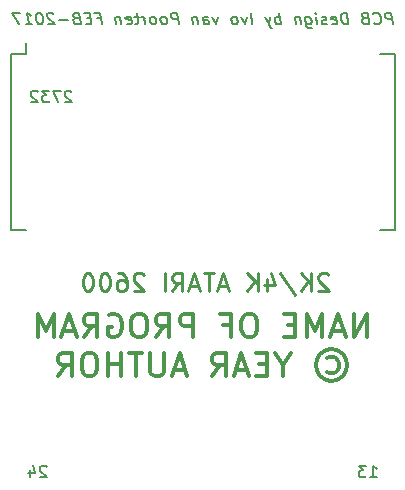
<source format=gbr>
%TF.GenerationSoftware,KiCad,Pcbnew,5.1.9+dfsg1-1+deb11u1*%
%TF.CreationDate,2022-09-21T02:53:36+02:00*%
%TF.ProjectId,outline+2600cart,6f75746c-696e-4652-9b32-363030636172,rev?*%
%TF.SameCoordinates,Original*%
%TF.FileFunction,Legend,Bot*%
%TF.FilePolarity,Positive*%
%FSLAX46Y46*%
G04 Gerber Fmt 4.6, Leading zero omitted, Abs format (unit mm)*
G04 Created by KiCad (PCBNEW 5.1.9+dfsg1-1+deb11u1) date 2022-09-21 02:53:36*
%MOMM*%
%LPD*%
G01*
G04 APERTURE LIST*
%ADD10C,0.300000*%
%ADD11C,0.250000*%
%ADD12C,0.200000*%
%ADD13C,0.150000*%
G04 APERTURE END LIST*
D10*
X123426380Y-74946761D02*
X123426380Y-72946761D01*
X122283523Y-74946761D01*
X122283523Y-72946761D01*
X121426380Y-74375333D02*
X120474000Y-74375333D01*
X121616857Y-74946761D02*
X120950190Y-72946761D01*
X120283523Y-74946761D01*
X119616857Y-74946761D02*
X119616857Y-72946761D01*
X118950190Y-74375333D01*
X118283523Y-72946761D01*
X118283523Y-74946761D01*
X117331142Y-73899142D02*
X116664476Y-73899142D01*
X116378761Y-74946761D02*
X117331142Y-74946761D01*
X117331142Y-72946761D01*
X116378761Y-72946761D01*
X113616857Y-72946761D02*
X113235904Y-72946761D01*
X113045428Y-73042000D01*
X112854952Y-73232476D01*
X112759714Y-73613428D01*
X112759714Y-74280095D01*
X112854952Y-74661047D01*
X113045428Y-74851523D01*
X113235904Y-74946761D01*
X113616857Y-74946761D01*
X113807333Y-74851523D01*
X113997809Y-74661047D01*
X114093047Y-74280095D01*
X114093047Y-73613428D01*
X113997809Y-73232476D01*
X113807333Y-73042000D01*
X113616857Y-72946761D01*
X111235904Y-73899142D02*
X111902571Y-73899142D01*
X111902571Y-74946761D02*
X111902571Y-72946761D01*
X110950190Y-72946761D01*
X108664476Y-74946761D02*
X108664476Y-72946761D01*
X107902571Y-72946761D01*
X107712095Y-73042000D01*
X107616857Y-73137238D01*
X107521619Y-73327714D01*
X107521619Y-73613428D01*
X107616857Y-73803904D01*
X107712095Y-73899142D01*
X107902571Y-73994380D01*
X108664476Y-73994380D01*
X105521619Y-74946761D02*
X106188285Y-73994380D01*
X106664476Y-74946761D02*
X106664476Y-72946761D01*
X105902571Y-72946761D01*
X105712095Y-73042000D01*
X105616857Y-73137238D01*
X105521619Y-73327714D01*
X105521619Y-73613428D01*
X105616857Y-73803904D01*
X105712095Y-73899142D01*
X105902571Y-73994380D01*
X106664476Y-73994380D01*
X104283523Y-72946761D02*
X103902571Y-72946761D01*
X103712095Y-73042000D01*
X103521619Y-73232476D01*
X103426380Y-73613428D01*
X103426380Y-74280095D01*
X103521619Y-74661047D01*
X103712095Y-74851523D01*
X103902571Y-74946761D01*
X104283523Y-74946761D01*
X104474000Y-74851523D01*
X104664476Y-74661047D01*
X104759714Y-74280095D01*
X104759714Y-73613428D01*
X104664476Y-73232476D01*
X104474000Y-73042000D01*
X104283523Y-72946761D01*
X101521619Y-73042000D02*
X101712095Y-72946761D01*
X101997809Y-72946761D01*
X102283523Y-73042000D01*
X102474000Y-73232476D01*
X102569238Y-73422952D01*
X102664476Y-73803904D01*
X102664476Y-74089619D01*
X102569238Y-74470571D01*
X102474000Y-74661047D01*
X102283523Y-74851523D01*
X101997809Y-74946761D01*
X101807333Y-74946761D01*
X101521619Y-74851523D01*
X101426380Y-74756285D01*
X101426380Y-74089619D01*
X101807333Y-74089619D01*
X99426380Y-74946761D02*
X100093047Y-73994380D01*
X100569238Y-74946761D02*
X100569238Y-72946761D01*
X99807333Y-72946761D01*
X99616857Y-73042000D01*
X99521619Y-73137238D01*
X99426380Y-73327714D01*
X99426380Y-73613428D01*
X99521619Y-73803904D01*
X99616857Y-73899142D01*
X99807333Y-73994380D01*
X100569238Y-73994380D01*
X98664476Y-74375333D02*
X97712095Y-74375333D01*
X98854952Y-74946761D02*
X98188285Y-72946761D01*
X97521619Y-74946761D01*
X96854952Y-74946761D02*
X96854952Y-72946761D01*
X96188285Y-74375333D01*
X95521619Y-72946761D01*
X95521619Y-74946761D01*
X119997809Y-76722952D02*
X120188285Y-76627714D01*
X120569238Y-76627714D01*
X120759714Y-76722952D01*
X120950190Y-76913428D01*
X121045428Y-77103904D01*
X121045428Y-77484857D01*
X120950190Y-77675333D01*
X120759714Y-77865809D01*
X120569238Y-77961047D01*
X120188285Y-77961047D01*
X119997809Y-77865809D01*
X120378761Y-75961047D02*
X120854952Y-76056285D01*
X121331142Y-76342000D01*
X121616857Y-76818190D01*
X121712095Y-77294380D01*
X121616857Y-77770571D01*
X121331142Y-78246761D01*
X120854952Y-78532476D01*
X120378761Y-78627714D01*
X119902571Y-78532476D01*
X119426380Y-78246761D01*
X119140666Y-77770571D01*
X119045428Y-77294380D01*
X119140666Y-76818190D01*
X119426380Y-76342000D01*
X119902571Y-76056285D01*
X120378761Y-75961047D01*
X116283523Y-77294380D02*
X116283523Y-78246761D01*
X116950190Y-76246761D02*
X116283523Y-77294380D01*
X115616857Y-76246761D01*
X114950190Y-77199142D02*
X114283523Y-77199142D01*
X113997809Y-78246761D02*
X114950190Y-78246761D01*
X114950190Y-76246761D01*
X113997809Y-76246761D01*
X113235904Y-77675333D02*
X112283523Y-77675333D01*
X113426380Y-78246761D02*
X112759714Y-76246761D01*
X112093047Y-78246761D01*
X110283523Y-78246761D02*
X110950190Y-77294380D01*
X111426380Y-78246761D02*
X111426380Y-76246761D01*
X110664476Y-76246761D01*
X110474000Y-76342000D01*
X110378761Y-76437238D01*
X110283523Y-76627714D01*
X110283523Y-76913428D01*
X110378761Y-77103904D01*
X110474000Y-77199142D01*
X110664476Y-77294380D01*
X111426380Y-77294380D01*
X107997809Y-77675333D02*
X107045428Y-77675333D01*
X108188285Y-78246761D02*
X107521619Y-76246761D01*
X106854952Y-78246761D01*
X106188285Y-76246761D02*
X106188285Y-77865809D01*
X106093047Y-78056285D01*
X105997809Y-78151523D01*
X105807333Y-78246761D01*
X105426380Y-78246761D01*
X105235904Y-78151523D01*
X105140666Y-78056285D01*
X105045428Y-77865809D01*
X105045428Y-76246761D01*
X104378761Y-76246761D02*
X103235904Y-76246761D01*
X103807333Y-78246761D02*
X103807333Y-76246761D01*
X102569238Y-78246761D02*
X102569238Y-76246761D01*
X102569238Y-77199142D02*
X101426380Y-77199142D01*
X101426380Y-78246761D02*
X101426380Y-76246761D01*
X100093047Y-76246761D02*
X99712095Y-76246761D01*
X99521619Y-76342000D01*
X99331142Y-76532476D01*
X99235904Y-76913428D01*
X99235904Y-77580095D01*
X99331142Y-77961047D01*
X99521619Y-78151523D01*
X99712095Y-78246761D01*
X100093047Y-78246761D01*
X100283523Y-78151523D01*
X100474000Y-77961047D01*
X100569238Y-77580095D01*
X100569238Y-76913428D01*
X100474000Y-76532476D01*
X100283523Y-76342000D01*
X100093047Y-76246761D01*
X97235904Y-78246761D02*
X97902571Y-77294380D01*
X98378761Y-78246761D02*
X98378761Y-76246761D01*
X97616857Y-76246761D01*
X97426380Y-76342000D01*
X97331142Y-76437238D01*
X97235904Y-76627714D01*
X97235904Y-76913428D01*
X97331142Y-77103904D01*
X97426380Y-77199142D01*
X97616857Y-77294380D01*
X98378761Y-77294380D01*
D11*
X120120857Y-69679428D02*
X120049428Y-69608000D01*
X119906571Y-69536571D01*
X119549428Y-69536571D01*
X119406571Y-69608000D01*
X119335142Y-69679428D01*
X119263714Y-69822285D01*
X119263714Y-69965142D01*
X119335142Y-70179428D01*
X120192285Y-71036571D01*
X119263714Y-71036571D01*
X118620857Y-71036571D02*
X118620857Y-69536571D01*
X117763714Y-71036571D02*
X118406571Y-70179428D01*
X117763714Y-69536571D02*
X118620857Y-70393714D01*
X116049428Y-69465142D02*
X117335142Y-71393714D01*
X114906571Y-70036571D02*
X114906571Y-71036571D01*
X115263714Y-69465142D02*
X115620857Y-70536571D01*
X114692285Y-70536571D01*
X114120857Y-71036571D02*
X114120857Y-69536571D01*
X113263714Y-71036571D02*
X113906571Y-70179428D01*
X113263714Y-69536571D02*
X114120857Y-70393714D01*
X111549428Y-70608000D02*
X110835142Y-70608000D01*
X111692285Y-71036571D02*
X111192285Y-69536571D01*
X110692285Y-71036571D01*
X110406571Y-69536571D02*
X109549428Y-69536571D01*
X109978000Y-71036571D02*
X109978000Y-69536571D01*
X109120857Y-70608000D02*
X108406571Y-70608000D01*
X109263714Y-71036571D02*
X108763714Y-69536571D01*
X108263714Y-71036571D01*
X106906571Y-71036571D02*
X107406571Y-70322285D01*
X107763714Y-71036571D02*
X107763714Y-69536571D01*
X107192285Y-69536571D01*
X107049428Y-69608000D01*
X106978000Y-69679428D01*
X106906571Y-69822285D01*
X106906571Y-70036571D01*
X106978000Y-70179428D01*
X107049428Y-70250857D01*
X107192285Y-70322285D01*
X107763714Y-70322285D01*
X106263714Y-71036571D02*
X106263714Y-69536571D01*
X104478000Y-69679428D02*
X104406571Y-69608000D01*
X104263714Y-69536571D01*
X103906571Y-69536571D01*
X103763714Y-69608000D01*
X103692285Y-69679428D01*
X103620857Y-69822285D01*
X103620857Y-69965142D01*
X103692285Y-70179428D01*
X104549428Y-71036571D01*
X103620857Y-71036571D01*
X102335142Y-69536571D02*
X102620857Y-69536571D01*
X102763714Y-69608000D01*
X102835142Y-69679428D01*
X102978000Y-69893714D01*
X103049428Y-70179428D01*
X103049428Y-70750857D01*
X102978000Y-70893714D01*
X102906571Y-70965142D01*
X102763714Y-71036571D01*
X102478000Y-71036571D01*
X102335142Y-70965142D01*
X102263714Y-70893714D01*
X102192285Y-70750857D01*
X102192285Y-70393714D01*
X102263714Y-70250857D01*
X102335142Y-70179428D01*
X102478000Y-70108000D01*
X102763714Y-70108000D01*
X102906571Y-70179428D01*
X102978000Y-70250857D01*
X103049428Y-70393714D01*
X101263714Y-69536571D02*
X101120857Y-69536571D01*
X100978000Y-69608000D01*
X100906571Y-69679428D01*
X100835142Y-69822285D01*
X100763714Y-70108000D01*
X100763714Y-70465142D01*
X100835142Y-70750857D01*
X100906571Y-70893714D01*
X100978000Y-70965142D01*
X101120857Y-71036571D01*
X101263714Y-71036571D01*
X101406571Y-70965142D01*
X101478000Y-70893714D01*
X101549428Y-70750857D01*
X101620857Y-70465142D01*
X101620857Y-70108000D01*
X101549428Y-69822285D01*
X101478000Y-69679428D01*
X101406571Y-69608000D01*
X101263714Y-69536571D01*
X99835142Y-69536571D02*
X99692285Y-69536571D01*
X99549428Y-69608000D01*
X99478000Y-69679428D01*
X99406571Y-69822285D01*
X99335142Y-70108000D01*
X99335142Y-70465142D01*
X99406571Y-70750857D01*
X99478000Y-70893714D01*
X99549428Y-70965142D01*
X99692285Y-71036571D01*
X99835142Y-71036571D01*
X99978000Y-70965142D01*
X100049428Y-70893714D01*
X100120857Y-70750857D01*
X100192285Y-70465142D01*
X100192285Y-70108000D01*
X100120857Y-69822285D01*
X100049428Y-69679428D01*
X99978000Y-69608000D01*
X99835142Y-69536571D01*
D12*
X125578047Y-48458380D02*
X125453047Y-47458380D01*
X125072095Y-47458380D01*
X124982809Y-47506000D01*
X124941142Y-47553619D01*
X124905428Y-47648857D01*
X124923285Y-47791714D01*
X124982809Y-47886952D01*
X125036380Y-47934571D01*
X125137571Y-47982190D01*
X125518523Y-47982190D01*
X123994714Y-48363142D02*
X124048285Y-48410761D01*
X124197095Y-48458380D01*
X124292333Y-48458380D01*
X124429238Y-48410761D01*
X124512571Y-48315523D01*
X124548285Y-48220285D01*
X124572095Y-48029809D01*
X124554238Y-47886952D01*
X124482809Y-47696476D01*
X124423285Y-47601238D01*
X124316142Y-47506000D01*
X124167333Y-47458380D01*
X124072095Y-47458380D01*
X123935190Y-47506000D01*
X123893523Y-47553619D01*
X123179238Y-47934571D02*
X123042333Y-47982190D01*
X123000666Y-48029809D01*
X122964952Y-48125047D01*
X122982809Y-48267904D01*
X123042333Y-48363142D01*
X123095904Y-48410761D01*
X123197095Y-48458380D01*
X123578047Y-48458380D01*
X123453047Y-47458380D01*
X123119714Y-47458380D01*
X123030428Y-47506000D01*
X122988761Y-47553619D01*
X122953047Y-47648857D01*
X122964952Y-47744095D01*
X123024476Y-47839333D01*
X123078047Y-47886952D01*
X123179238Y-47934571D01*
X123512571Y-47934571D01*
X121816142Y-48458380D02*
X121691142Y-47458380D01*
X121453047Y-47458380D01*
X121316142Y-47506000D01*
X121232809Y-47601238D01*
X121197095Y-47696476D01*
X121173285Y-47886952D01*
X121191142Y-48029809D01*
X121262571Y-48220285D01*
X121322095Y-48315523D01*
X121429238Y-48410761D01*
X121578047Y-48458380D01*
X121816142Y-48458380D01*
X120429238Y-48410761D02*
X120530428Y-48458380D01*
X120720904Y-48458380D01*
X120810190Y-48410761D01*
X120845904Y-48315523D01*
X120798285Y-47934571D01*
X120738761Y-47839333D01*
X120637571Y-47791714D01*
X120447095Y-47791714D01*
X120357809Y-47839333D01*
X120322095Y-47934571D01*
X120334000Y-48029809D01*
X120822095Y-48125047D01*
X120000666Y-48410761D02*
X119911380Y-48458380D01*
X119720904Y-48458380D01*
X119619714Y-48410761D01*
X119560190Y-48315523D01*
X119554238Y-48267904D01*
X119589952Y-48172666D01*
X119679238Y-48125047D01*
X119822095Y-48125047D01*
X119911380Y-48077428D01*
X119947095Y-47982190D01*
X119941142Y-47934571D01*
X119881619Y-47839333D01*
X119780428Y-47791714D01*
X119637571Y-47791714D01*
X119548285Y-47839333D01*
X119149476Y-48458380D02*
X119066142Y-47791714D01*
X119024476Y-47458380D02*
X119078047Y-47506000D01*
X119036380Y-47553619D01*
X118982809Y-47506000D01*
X119024476Y-47458380D01*
X119036380Y-47553619D01*
X118161380Y-47791714D02*
X118262571Y-48601238D01*
X118322095Y-48696476D01*
X118375666Y-48744095D01*
X118476857Y-48791714D01*
X118619714Y-48791714D01*
X118709000Y-48744095D01*
X118238761Y-48410761D02*
X118339952Y-48458380D01*
X118530428Y-48458380D01*
X118619714Y-48410761D01*
X118661380Y-48363142D01*
X118697095Y-48267904D01*
X118661380Y-47982190D01*
X118601857Y-47886952D01*
X118548285Y-47839333D01*
X118447095Y-47791714D01*
X118256619Y-47791714D01*
X118167333Y-47839333D01*
X117685190Y-47791714D02*
X117768523Y-48458380D01*
X117697095Y-47886952D02*
X117643523Y-47839333D01*
X117542333Y-47791714D01*
X117399476Y-47791714D01*
X117310190Y-47839333D01*
X117274476Y-47934571D01*
X117339952Y-48458380D01*
X116101857Y-48458380D02*
X115976857Y-47458380D01*
X116024476Y-47839333D02*
X115923285Y-47791714D01*
X115732809Y-47791714D01*
X115643523Y-47839333D01*
X115601857Y-47886952D01*
X115566142Y-47982190D01*
X115601857Y-48267904D01*
X115661380Y-48363142D01*
X115714952Y-48410761D01*
X115816142Y-48458380D01*
X116006619Y-48458380D01*
X116095904Y-48410761D01*
X115209000Y-47791714D02*
X115054238Y-48458380D01*
X114732809Y-47791714D02*
X115054238Y-48458380D01*
X115179238Y-48696476D01*
X115232809Y-48744095D01*
X115334000Y-48791714D01*
X113673285Y-48458380D02*
X113548285Y-47458380D01*
X113209000Y-47791714D02*
X113054238Y-48458380D01*
X112732809Y-47791714D01*
X112292333Y-48458380D02*
X112381619Y-48410761D01*
X112423285Y-48363142D01*
X112459000Y-48267904D01*
X112423285Y-47982190D01*
X112363761Y-47886952D01*
X112310190Y-47839333D01*
X112209000Y-47791714D01*
X112066142Y-47791714D01*
X111976857Y-47839333D01*
X111935190Y-47886952D01*
X111899476Y-47982190D01*
X111935190Y-48267904D01*
X111994714Y-48363142D01*
X112048285Y-48410761D01*
X112149476Y-48458380D01*
X112292333Y-48458380D01*
X110780428Y-47791714D02*
X110625666Y-48458380D01*
X110304238Y-47791714D01*
X109578047Y-48458380D02*
X109512571Y-47934571D01*
X109548285Y-47839333D01*
X109637571Y-47791714D01*
X109828047Y-47791714D01*
X109929238Y-47839333D01*
X109572095Y-48410761D02*
X109673285Y-48458380D01*
X109911380Y-48458380D01*
X110000666Y-48410761D01*
X110036380Y-48315523D01*
X110024476Y-48220285D01*
X109964952Y-48125047D01*
X109863761Y-48077428D01*
X109625666Y-48077428D01*
X109524476Y-48029809D01*
X109018523Y-47791714D02*
X109101857Y-48458380D01*
X109030428Y-47886952D02*
X108976857Y-47839333D01*
X108875666Y-47791714D01*
X108732809Y-47791714D01*
X108643523Y-47839333D01*
X108607809Y-47934571D01*
X108673285Y-48458380D01*
X107435190Y-48458380D02*
X107310190Y-47458380D01*
X106929238Y-47458380D01*
X106839952Y-47506000D01*
X106798285Y-47553619D01*
X106762571Y-47648857D01*
X106780428Y-47791714D01*
X106839952Y-47886952D01*
X106893523Y-47934571D01*
X106994714Y-47982190D01*
X107375666Y-47982190D01*
X106292333Y-48458380D02*
X106381619Y-48410761D01*
X106423285Y-48363142D01*
X106459000Y-48267904D01*
X106423285Y-47982190D01*
X106363761Y-47886952D01*
X106310190Y-47839333D01*
X106209000Y-47791714D01*
X106066142Y-47791714D01*
X105976857Y-47839333D01*
X105935190Y-47886952D01*
X105899476Y-47982190D01*
X105935190Y-48267904D01*
X105994714Y-48363142D01*
X106048285Y-48410761D01*
X106149476Y-48458380D01*
X106292333Y-48458380D01*
X105387571Y-48458380D02*
X105476857Y-48410761D01*
X105518523Y-48363142D01*
X105554238Y-48267904D01*
X105518523Y-47982190D01*
X105459000Y-47886952D01*
X105405428Y-47839333D01*
X105304238Y-47791714D01*
X105161380Y-47791714D01*
X105072095Y-47839333D01*
X105030428Y-47886952D01*
X104994714Y-47982190D01*
X105030428Y-48267904D01*
X105089952Y-48363142D01*
X105143523Y-48410761D01*
X105244714Y-48458380D01*
X105387571Y-48458380D01*
X104625666Y-48458380D02*
X104542333Y-47791714D01*
X104566142Y-47982190D02*
X104506619Y-47886952D01*
X104453047Y-47839333D01*
X104351857Y-47791714D01*
X104256619Y-47791714D01*
X104066142Y-47791714D02*
X103685190Y-47791714D01*
X103881619Y-47458380D02*
X103988761Y-48315523D01*
X103953047Y-48410761D01*
X103863761Y-48458380D01*
X103768523Y-48458380D01*
X103048285Y-48410761D02*
X103149476Y-48458380D01*
X103339952Y-48458380D01*
X103429238Y-48410761D01*
X103464952Y-48315523D01*
X103417333Y-47934571D01*
X103357809Y-47839333D01*
X103256619Y-47791714D01*
X103066142Y-47791714D01*
X102976857Y-47839333D01*
X102941142Y-47934571D01*
X102953047Y-48029809D01*
X103441142Y-48125047D01*
X102494714Y-47791714D02*
X102578047Y-48458380D01*
X102506619Y-47886952D02*
X102453047Y-47839333D01*
X102351857Y-47791714D01*
X102209000Y-47791714D01*
X102119714Y-47839333D01*
X102084000Y-47934571D01*
X102149476Y-48458380D01*
X100512571Y-47934571D02*
X100845904Y-47934571D01*
X100911380Y-48458380D02*
X100786380Y-47458380D01*
X100310190Y-47458380D01*
X99988761Y-47934571D02*
X99655428Y-47934571D01*
X99578047Y-48458380D02*
X100054238Y-48458380D01*
X99929238Y-47458380D01*
X99453047Y-47458380D01*
X98750666Y-47934571D02*
X98613761Y-47982190D01*
X98572095Y-48029809D01*
X98536380Y-48125047D01*
X98554238Y-48267904D01*
X98613761Y-48363142D01*
X98667333Y-48410761D01*
X98768523Y-48458380D01*
X99149476Y-48458380D01*
X99024476Y-47458380D01*
X98691142Y-47458380D01*
X98601857Y-47506000D01*
X98560190Y-47553619D01*
X98524476Y-47648857D01*
X98536380Y-47744095D01*
X98595904Y-47839333D01*
X98649476Y-47886952D01*
X98750666Y-47934571D01*
X99084000Y-47934571D01*
X98101857Y-48077428D02*
X97339952Y-48077428D01*
X96845904Y-47553619D02*
X96792333Y-47506000D01*
X96691142Y-47458380D01*
X96453047Y-47458380D01*
X96363761Y-47506000D01*
X96322095Y-47553619D01*
X96286380Y-47648857D01*
X96298285Y-47744095D01*
X96363761Y-47886952D01*
X97006619Y-48458380D01*
X96387571Y-48458380D01*
X95643523Y-47458380D02*
X95548285Y-47458380D01*
X95459000Y-47506000D01*
X95417333Y-47553619D01*
X95381619Y-47648857D01*
X95357809Y-47839333D01*
X95387571Y-48077428D01*
X95459000Y-48267904D01*
X95518523Y-48363142D01*
X95572095Y-48410761D01*
X95673285Y-48458380D01*
X95768523Y-48458380D01*
X95857809Y-48410761D01*
X95899476Y-48363142D01*
X95935190Y-48267904D01*
X95959000Y-48077428D01*
X95929238Y-47839333D01*
X95857809Y-47648857D01*
X95798285Y-47553619D01*
X95744714Y-47506000D01*
X95643523Y-47458380D01*
X94482809Y-48458380D02*
X95054238Y-48458380D01*
X94768523Y-48458380D02*
X94643523Y-47458380D01*
X94756619Y-47601238D01*
X94863761Y-47696476D01*
X94964952Y-47744095D01*
X94024476Y-47458380D02*
X93357809Y-47458380D01*
X93911380Y-48458380D01*
D13*
%TO.C,U3*%
X93209000Y-50935000D02*
X94479000Y-50935000D01*
X93209000Y-65905000D02*
X94479000Y-65905000D01*
X125739000Y-65905000D02*
X124469000Y-65905000D01*
X125739000Y-50935000D02*
X124469000Y-50935000D01*
X93209000Y-50935000D02*
X93209000Y-65905000D01*
X125739000Y-50935000D02*
X125739000Y-65905000D01*
X94479000Y-50935000D02*
X94479000Y-50000000D01*
X98361285Y-54157619D02*
X98313666Y-54110000D01*
X98218428Y-54062380D01*
X97980333Y-54062380D01*
X97885095Y-54110000D01*
X97837476Y-54157619D01*
X97789857Y-54252857D01*
X97789857Y-54348095D01*
X97837476Y-54490952D01*
X98408904Y-55062380D01*
X97789857Y-55062380D01*
X97456523Y-54062380D02*
X96789857Y-54062380D01*
X97218428Y-55062380D01*
X96504142Y-54062380D02*
X95885095Y-54062380D01*
X96218428Y-54443333D01*
X96075571Y-54443333D01*
X95980333Y-54490952D01*
X95932714Y-54538571D01*
X95885095Y-54633809D01*
X95885095Y-54871904D01*
X95932714Y-54967142D01*
X95980333Y-55014761D01*
X96075571Y-55062380D01*
X96361285Y-55062380D01*
X96456523Y-55014761D01*
X96504142Y-54967142D01*
X95504142Y-54157619D02*
X95456523Y-54110000D01*
X95361285Y-54062380D01*
X95123190Y-54062380D01*
X95027952Y-54110000D01*
X94980333Y-54157619D01*
X94932714Y-54252857D01*
X94932714Y-54348095D01*
X94980333Y-54490952D01*
X95551761Y-55062380D01*
X94932714Y-55062380D01*
%TO.C,U1*%
X96265904Y-85907619D02*
X96218285Y-85860000D01*
X96123047Y-85812380D01*
X95884952Y-85812380D01*
X95789714Y-85860000D01*
X95742095Y-85907619D01*
X95694476Y-86002857D01*
X95694476Y-86098095D01*
X95742095Y-86240952D01*
X96313523Y-86812380D01*
X95694476Y-86812380D01*
X94837333Y-86145714D02*
X94837333Y-86812380D01*
X95075428Y-85764761D02*
X95313523Y-86479047D01*
X94694476Y-86479047D01*
X123634476Y-86812380D02*
X124205904Y-86812380D01*
X123920190Y-86812380D02*
X123920190Y-85812380D01*
X124015428Y-85955238D01*
X124110666Y-86050476D01*
X124205904Y-86098095D01*
X123301142Y-85812380D02*
X122682095Y-85812380D01*
X123015428Y-86193333D01*
X122872571Y-86193333D01*
X122777333Y-86240952D01*
X122729714Y-86288571D01*
X122682095Y-86383809D01*
X122682095Y-86621904D01*
X122729714Y-86717142D01*
X122777333Y-86764761D01*
X122872571Y-86812380D01*
X123158285Y-86812380D01*
X123253523Y-86764761D01*
X123301142Y-86717142D01*
%TD*%
M02*

</source>
